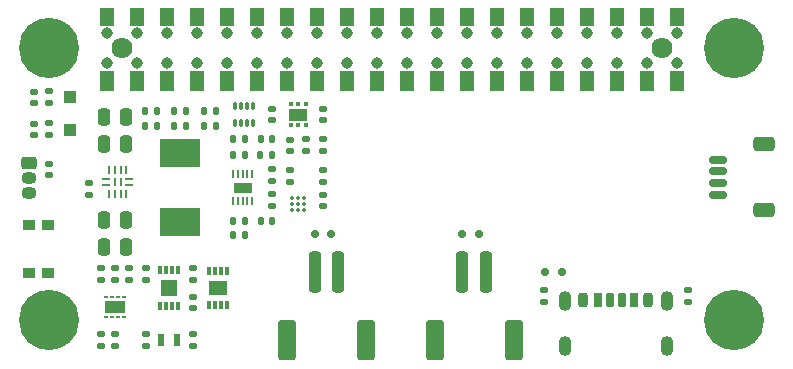
<source format=gbr>
%TF.GenerationSoftware,KiCad,Pcbnew,8.0.6*%
%TF.CreationDate,2025-01-23T17:56:30+01:00*%
%TF.ProjectId,soleil,736f6c65-696c-42e6-9b69-6361645f7063,rev?*%
%TF.SameCoordinates,Original*%
%TF.FileFunction,Soldermask,Top*%
%TF.FilePolarity,Negative*%
%FSLAX46Y46*%
G04 Gerber Fmt 4.6, Leading zero omitted, Abs format (unit mm)*
G04 Created by KiCad (PCBNEW 8.0.6) date 2025-01-23 17:56:30*
%MOMM*%
%LPD*%
G01*
G04 APERTURE LIST*
G04 Aperture macros list*
%AMRoundRect*
0 Rectangle with rounded corners*
0 $1 Rounding radius*
0 $2 $3 $4 $5 $6 $7 $8 $9 X,Y pos of 4 corners*
0 Add a 4 corners polygon primitive as box body*
4,1,4,$2,$3,$4,$5,$6,$7,$8,$9,$2,$3,0*
0 Add four circle primitives for the rounded corners*
1,1,$1+$1,$2,$3*
1,1,$1+$1,$4,$5*
1,1,$1+$1,$6,$7*
1,1,$1+$1,$8,$9*
0 Add four rect primitives between the rounded corners*
20,1,$1+$1,$2,$3,$4,$5,0*
20,1,$1+$1,$4,$5,$6,$7,0*
20,1,$1+$1,$6,$7,$8,$9,0*
20,1,$1+$1,$8,$9,$2,$3,0*%
G04 Aperture macros list end*
%ADD10RoundRect,0.140000X0.170000X-0.140000X0.170000X0.140000X-0.170000X0.140000X-0.170000X-0.140000X0*%
%ADD11RoundRect,0.150000X-0.150000X-0.200000X0.150000X-0.200000X0.150000X0.200000X-0.150000X0.200000X0*%
%ADD12RoundRect,0.249900X-0.400100X0.275100X-0.400100X-0.275100X0.400100X-0.275100X0.400100X0.275100X0*%
%ADD13O,1.300000X1.050000*%
%ADD14RoundRect,0.140000X-0.170000X0.140000X-0.170000X-0.140000X0.170000X-0.140000X0.170000X0.140000X0*%
%ADD15RoundRect,0.140000X-0.140000X-0.170000X0.140000X-0.170000X0.140000X0.170000X-0.140000X0.170000X0*%
%ADD16RoundRect,0.147500X0.172500X-0.147500X0.172500X0.147500X-0.172500X0.147500X-0.172500X-0.147500X0*%
%ADD17RoundRect,0.250000X-0.250000X-0.475000X0.250000X-0.475000X0.250000X0.475000X-0.250000X0.475000X0*%
%ADD18RoundRect,0.135000X-0.185000X0.135000X-0.185000X-0.135000X0.185000X-0.135000X0.185000X0.135000X0*%
%ADD19C,0.970000*%
%ADD20C,1.780000*%
%ADD21R,1.270000X1.680000*%
%ADD22R,1.270000X1.500000*%
%ADD23R,0.300000X0.750000*%
%ADD24R,1.460000X1.360000*%
%ADD25RoundRect,0.135000X-0.135000X-0.185000X0.135000X-0.185000X0.135000X0.185000X-0.135000X0.185000X0*%
%ADD26RoundRect,0.250000X-0.300000X0.300000X-0.300000X-0.300000X0.300000X-0.300000X0.300000X0.300000X0*%
%ADD27RoundRect,0.250000X0.250000X0.475000X-0.250000X0.475000X-0.250000X-0.475000X0.250000X-0.475000X0*%
%ADD28R,3.429000X2.413000*%
%ADD29RoundRect,0.150000X0.150000X0.200000X-0.150000X0.200000X-0.150000X-0.200000X0.150000X-0.200000X0*%
%ADD30RoundRect,0.050000X0.100000X-0.285000X0.100000X0.285000X-0.100000X0.285000X-0.100000X-0.285000X0*%
%ADD31RoundRect,0.093750X0.106250X-0.093750X0.106250X0.093750X-0.106250X0.093750X-0.106250X-0.093750X0*%
%ADD32R,1.600000X1.000000*%
%ADD33RoundRect,0.135000X0.135000X0.185000X-0.135000X0.185000X-0.135000X-0.185000X0.135000X-0.185000X0*%
%ADD34C,5.100000*%
%ADD35R,1.500000X1.300000*%
%ADD36RoundRect,0.135000X0.185000X-0.135000X0.185000X0.135000X-0.185000X0.135000X-0.185000X-0.135000X0*%
%ADD37RoundRect,0.250000X-0.250000X-1.500000X0.250000X-1.500000X0.250000X1.500000X-0.250000X1.500000X0*%
%ADD38RoundRect,0.250001X-0.499999X-1.449999X0.499999X-1.449999X0.499999X1.449999X-0.499999X1.449999X0*%
%ADD39R,0.304800X0.254000*%
%ADD40R,1.800000X1.040000*%
%ADD41R,0.254000X0.711200*%
%ADD42R,0.711200X0.254000*%
%ADD43R,0.250000X0.700000*%
%ADD44RoundRect,0.147500X-0.172500X0.147500X-0.172500X-0.147500X0.172500X-0.147500X0.172500X0.147500X0*%
%ADD45R,1.000000X0.900000*%
%ADD46C,0.345000*%
%ADD47R,0.600000X1.100000*%
%ADD48RoundRect,0.175000X-0.175000X-0.425000X0.175000X-0.425000X0.175000X0.425000X-0.175000X0.425000X0*%
%ADD49RoundRect,0.190000X0.190000X0.410000X-0.190000X0.410000X-0.190000X-0.410000X0.190000X-0.410000X0*%
%ADD50RoundRect,0.200000X0.200000X0.400000X-0.200000X0.400000X-0.200000X-0.400000X0.200000X-0.400000X0*%
%ADD51RoundRect,0.175000X0.175000X0.425000X-0.175000X0.425000X-0.175000X-0.425000X0.175000X-0.425000X0*%
%ADD52RoundRect,0.190000X-0.190000X-0.410000X0.190000X-0.410000X0.190000X0.410000X-0.190000X0.410000X0*%
%ADD53RoundRect,0.200000X-0.200000X-0.400000X0.200000X-0.400000X0.200000X0.400000X-0.200000X0.400000X0*%
%ADD54O,1.100000X1.700000*%
%ADD55RoundRect,0.150000X0.625000X-0.150000X0.625000X0.150000X-0.625000X0.150000X-0.625000X-0.150000X0*%
%ADD56RoundRect,0.250000X0.650000X-0.350000X0.650000X0.350000X-0.650000X0.350000X-0.650000X-0.350000X0*%
%ADD57R,0.203200X0.660400*%
%ADD58R,1.500000X0.900000*%
G04 APERTURE END LIST*
D10*
%TO.C,C23*%
X144200000Y-89780000D03*
X144200000Y-88820000D03*
%TD*%
D11*
%TO.C,D3*%
X164400000Y-97400000D03*
X163000000Y-97400000D03*
%TD*%
D12*
%TO.C,U5*%
X119300000Y-88230000D03*
D13*
X119300000Y-89500000D03*
X119300000Y-90770000D03*
%TD*%
D14*
%TO.C,C24*%
X124400000Y-89920000D03*
X124400000Y-90880000D03*
%TD*%
D15*
%TO.C,C17*%
X138920000Y-93100000D03*
X139880000Y-93100000D03*
%TD*%
D16*
%TO.C,D2*%
X119700000Y-85833382D03*
X119700000Y-84863382D03*
%TD*%
D17*
%TO.C,C14*%
X125650000Y-84300000D03*
X127550000Y-84300000D03*
%TD*%
D18*
%TO.C,R13*%
X139900000Y-88740000D03*
X139900000Y-89760000D03*
%TD*%
D14*
%TO.C,C7*%
X139900000Y-83620000D03*
X139900000Y-84580000D03*
%TD*%
D19*
%TO.C,J2*%
X125870000Y-77230000D03*
X125870000Y-79770000D03*
D20*
X127140000Y-78500000D03*
D19*
X128410000Y-77230000D03*
X128410000Y-79770000D03*
X130950000Y-77230000D03*
X130950000Y-79770000D03*
X133490000Y-77230000D03*
X133490000Y-79770000D03*
X136030000Y-77230000D03*
X136030000Y-79770000D03*
X138570000Y-77230000D03*
X138570000Y-79770000D03*
X141110000Y-77230000D03*
X141110000Y-79770000D03*
X143650000Y-77230000D03*
X143650000Y-79770000D03*
X146190000Y-77230000D03*
X146190000Y-79770000D03*
X148730000Y-77230000D03*
X148730000Y-79770000D03*
X151270000Y-77230000D03*
X151270000Y-79770000D03*
X153810000Y-77230000D03*
X153810000Y-79770000D03*
X156350000Y-77230000D03*
X156350000Y-79770000D03*
X158890000Y-77230000D03*
X158890000Y-79770000D03*
X161430000Y-77230000D03*
X161430000Y-79770000D03*
X163970000Y-77230000D03*
X163970000Y-79770000D03*
X166510000Y-77230000D03*
X166510000Y-79770000D03*
X169050000Y-77230000D03*
X169050000Y-79770000D03*
X171590000Y-77230000D03*
X171590000Y-79770000D03*
D20*
X172860000Y-78500000D03*
D19*
X174130000Y-77230000D03*
X174130000Y-79770000D03*
D21*
X125870000Y-81220000D03*
D22*
X125870000Y-75860000D03*
D21*
X128410000Y-81220000D03*
D22*
X128410000Y-75860000D03*
D21*
X130950000Y-81220000D03*
D22*
X130950000Y-75860000D03*
D21*
X133490000Y-81220000D03*
D22*
X133490000Y-75860000D03*
D21*
X136030000Y-81220000D03*
D22*
X136030000Y-75860000D03*
D21*
X138570000Y-81220000D03*
D22*
X138570000Y-75860000D03*
D21*
X141110000Y-81220000D03*
D22*
X141110000Y-75860000D03*
D21*
X143650000Y-81220000D03*
D22*
X143650000Y-75860000D03*
D21*
X146190000Y-81220000D03*
D22*
X146190000Y-75860000D03*
D21*
X148730000Y-81220000D03*
D22*
X148730000Y-75860000D03*
D21*
X151270000Y-81220000D03*
D22*
X151270000Y-75860000D03*
D21*
X153810000Y-81220000D03*
D22*
X153810000Y-75860000D03*
D21*
X156350000Y-81220000D03*
D22*
X156350000Y-75860000D03*
D21*
X158890000Y-81220000D03*
D22*
X158890000Y-75860000D03*
D21*
X161430000Y-81220000D03*
D22*
X161430000Y-75860000D03*
D21*
X163970000Y-81220000D03*
D22*
X163970000Y-75860000D03*
D21*
X166510000Y-81220000D03*
D22*
X166510000Y-75860000D03*
D21*
X169050000Y-81220000D03*
D22*
X169050000Y-75860000D03*
D21*
X171590000Y-81220000D03*
D22*
X171590000Y-75860000D03*
D21*
X174130000Y-81220000D03*
D22*
X174130000Y-75860000D03*
%TD*%
D23*
%TO.C,U1*%
X130427500Y-100277500D03*
X130927500Y-100277500D03*
X131427500Y-100277500D03*
X131927500Y-100277500D03*
X131927500Y-97277500D03*
X131427500Y-97277500D03*
X130927500Y-97277500D03*
X130427500Y-97277500D03*
D24*
X131177500Y-98777500D03*
%TD*%
D25*
%TO.C,R1*%
X131590000Y-83800000D03*
X132610000Y-83800000D03*
%TD*%
D26*
%TO.C,D6*%
X122800000Y-82600000D03*
X122800000Y-85400000D03*
%TD*%
D27*
%TO.C,C13*%
X127550000Y-95300000D03*
X125650000Y-95300000D03*
%TD*%
D18*
%TO.C,R8*%
X125400000Y-102690000D03*
X125400000Y-103710000D03*
%TD*%
D28*
%TO.C,L1*%
X132100000Y-93221000D03*
X132100000Y-87379000D03*
%TD*%
D29*
%TO.C,D1*%
X156000000Y-94200000D03*
X157400000Y-94200000D03*
%TD*%
D18*
%TO.C,R5*%
X126600000Y-97090000D03*
X126600000Y-98110000D03*
%TD*%
D30*
%TO.C,U3*%
X136750000Y-84840000D03*
X137250000Y-84840000D03*
X137750000Y-84840000D03*
X138250000Y-84840000D03*
X138250000Y-83360000D03*
X137750000Y-83360000D03*
X137250000Y-83360000D03*
X136750000Y-83360000D03*
%TD*%
D25*
%TO.C,R21*%
X134090000Y-85100000D03*
X135110000Y-85100000D03*
%TD*%
D27*
%TO.C,C12*%
X127550000Y-93000000D03*
X125650000Y-93000000D03*
%TD*%
D10*
%TO.C,C2*%
X133177500Y-100480000D03*
X133177500Y-99520000D03*
%TD*%
D29*
%TO.C,D4*%
X143500000Y-94200000D03*
X144900000Y-94200000D03*
%TD*%
D31*
%TO.C,U8*%
X141450000Y-84987500D03*
X142100000Y-84987500D03*
X142750000Y-84987500D03*
X142750000Y-83212500D03*
X142100000Y-83212500D03*
X141450000Y-83212500D03*
D32*
X142100000Y-84100000D03*
%TD*%
D33*
%TO.C,R16*%
X137590000Y-94300000D03*
X136570000Y-94300000D03*
%TD*%
D34*
%TO.C,H4*%
X179000000Y-101500000D03*
%TD*%
D18*
%TO.C,R12*%
X139900000Y-90840000D03*
X139900000Y-91860000D03*
%TD*%
D23*
%TO.C,U4*%
X134550000Y-100250000D03*
X135050000Y-100250000D03*
X135550000Y-100250000D03*
X136050000Y-100250000D03*
X136050000Y-97350000D03*
X135550000Y-97350000D03*
X135050000Y-97350000D03*
X134550000Y-97350000D03*
D35*
X135300000Y-98800000D03*
%TD*%
D15*
%TO.C,C16*%
X136600000Y-93100000D03*
X137560000Y-93100000D03*
%TD*%
D14*
%TO.C,C6*%
X126600000Y-102720000D03*
X126600000Y-103680000D03*
%TD*%
D36*
%TO.C,R4*%
X175100000Y-100010000D03*
X175100000Y-98990000D03*
%TD*%
D18*
%TO.C,R7*%
X121000000Y-84838382D03*
X121000000Y-85858382D03*
%TD*%
D14*
%TO.C,C11*%
X121000000Y-88250000D03*
X121000000Y-89210000D03*
%TD*%
D15*
%TO.C,C9*%
X136620000Y-86200000D03*
X137580000Y-86200000D03*
%TD*%
D37*
%TO.C,J1*%
X156000000Y-97450000D03*
X158000000Y-97450000D03*
D38*
X153650000Y-103200000D03*
X160350000Y-103200000D03*
%TD*%
D14*
%TO.C,C19*%
X141400000Y-86220000D03*
X141400000Y-87180000D03*
%TD*%
D10*
%TO.C,C21*%
X144200000Y-91880000D03*
X144200000Y-90920000D03*
%TD*%
D14*
%TO.C,C20*%
X144200000Y-83620000D03*
X144200000Y-84580000D03*
%TD*%
D18*
%TO.C,R15*%
X144200000Y-86180000D03*
X144200000Y-87200000D03*
%TD*%
D14*
%TO.C,C10*%
X133200000Y-97120000D03*
X133200000Y-98080000D03*
%TD*%
D39*
%TO.C,U2*%
X127350001Y-99549100D03*
X126850000Y-99549100D03*
X126350000Y-99549100D03*
X125849999Y-99549100D03*
X125849999Y-101250900D03*
X126350000Y-101250900D03*
X126850000Y-101250900D03*
X127350001Y-101250900D03*
D40*
X126600000Y-100400000D03*
%TD*%
D33*
%TO.C,R2*%
X135110000Y-83800000D03*
X134090000Y-83800000D03*
%TD*%
D41*
%TO.C,U6*%
X127553301Y-88796700D03*
X127053300Y-88796700D03*
X126553300Y-88796700D03*
X126053299Y-88796700D03*
D42*
X125800000Y-89550000D03*
X125800000Y-90050000D03*
D41*
X126053299Y-90803300D03*
X126553300Y-90803300D03*
X127053300Y-90803300D03*
X127553301Y-90803300D03*
D42*
X127806600Y-90050000D03*
X127806600Y-89550000D03*
D43*
X127053300Y-89800000D03*
X126553300Y-89800000D03*
%TD*%
D18*
%TO.C,R14*%
X142800000Y-86190000D03*
X142800000Y-87210000D03*
%TD*%
D15*
%TO.C,C18*%
X136620000Y-87500000D03*
X137580000Y-87500000D03*
%TD*%
D17*
%TO.C,C15*%
X125650000Y-86600000D03*
X127550000Y-86600000D03*
%TD*%
D14*
%TO.C,C5*%
X127800000Y-97120000D03*
X127800000Y-98080000D03*
%TD*%
D44*
%TO.C,D5*%
X119700000Y-82166618D03*
X119700000Y-83136618D03*
%TD*%
D25*
%TO.C,R9*%
X129090000Y-83800000D03*
X130110000Y-83800000D03*
%TD*%
D33*
%TO.C,R20*%
X132610000Y-85100000D03*
X131590000Y-85100000D03*
%TD*%
D45*
%TO.C,SW1*%
X119300000Y-97550000D03*
X119300000Y-93450000D03*
X120900000Y-97550000D03*
X120900000Y-93450000D03*
%TD*%
D37*
%TO.C,J4*%
X143500000Y-97450000D03*
X145500000Y-97450000D03*
D38*
X141150000Y-103200000D03*
X147850000Y-103200000D03*
%TD*%
D46*
%TO.C,U9*%
X141600000Y-91200000D03*
X142100000Y-91200000D03*
X142600000Y-91200000D03*
X141600000Y-91700000D03*
X142100000Y-91700000D03*
X142600000Y-91700000D03*
X141600000Y-92200000D03*
X142100000Y-92200000D03*
X142600000Y-92200000D03*
%TD*%
D25*
%TO.C,R18*%
X138890000Y-87500000D03*
X139910000Y-87500000D03*
%TD*%
D34*
%TO.C,H3*%
X179000000Y-78500000D03*
%TD*%
D47*
%TO.C,Y1*%
X131877500Y-103200000D03*
X130477500Y-103200000D03*
%TD*%
D14*
%TO.C,C4*%
X133177500Y-102720000D03*
X133177500Y-103680000D03*
%TD*%
D15*
%TO.C,C8*%
X138920000Y-86200000D03*
X139880000Y-86200000D03*
%TD*%
D48*
%TO.C,J3*%
X168500000Y-99820000D03*
D49*
X170520000Y-99820000D03*
D50*
X171750000Y-99820000D03*
D51*
X169500000Y-99820000D03*
D52*
X167480000Y-99820000D03*
D53*
X166250000Y-99820000D03*
D54*
X164680000Y-99900000D03*
X164680000Y-103700000D03*
X173320000Y-99900000D03*
X173320000Y-103700000D03*
%TD*%
D34*
%TO.C,H1*%
X121000000Y-101500000D03*
%TD*%
D36*
%TO.C,R3*%
X162900000Y-100010000D03*
X162900000Y-98990000D03*
%TD*%
D34*
%TO.C,H2*%
X121000000Y-78500000D03*
%TD*%
D18*
%TO.C,R19*%
X141400000Y-88790000D03*
X141400000Y-89810000D03*
%TD*%
D25*
%TO.C,R10*%
X129090000Y-85100000D03*
X130110000Y-85100000D03*
%TD*%
D14*
%TO.C,C3*%
X129200000Y-97120000D03*
X129200000Y-98080000D03*
%TD*%
%TO.C,C1*%
X129177500Y-102720000D03*
X129177500Y-103680000D03*
%TD*%
D36*
%TO.C,R6*%
X125400000Y-98110000D03*
X125400000Y-97090000D03*
%TD*%
D55*
%TO.C,J5*%
X177625000Y-90912500D03*
X177625000Y-89912500D03*
X177625000Y-88912500D03*
X177625000Y-87912500D03*
D56*
X181500000Y-92212500D03*
X181500000Y-86612500D03*
%TD*%
D36*
%TO.C,R11*%
X121000000Y-83161618D03*
X121000000Y-82141618D03*
%TD*%
D57*
%TO.C,U7*%
X136599900Y-91430300D03*
X136999950Y-91430300D03*
X137400000Y-91430300D03*
X137800050Y-91430300D03*
X138200100Y-91430300D03*
X138200100Y-89169700D03*
X137800050Y-89169700D03*
X137400000Y-89169700D03*
X136999950Y-89169700D03*
X136599900Y-89169700D03*
D58*
X137400000Y-90300000D03*
%TD*%
M02*

</source>
